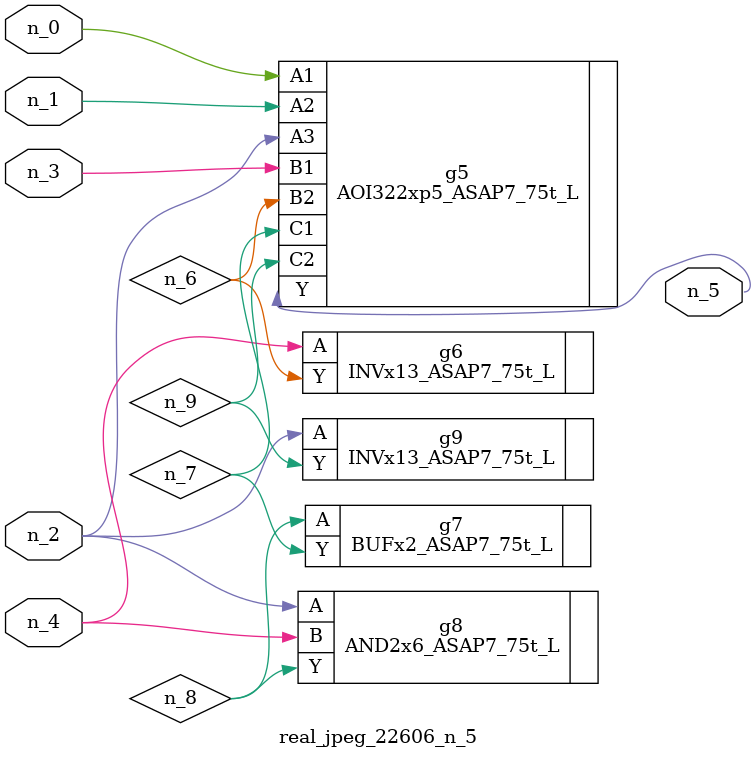
<source format=v>
module real_jpeg_22606_n_5 (n_4, n_0, n_1, n_2, n_3, n_5);

input n_4;
input n_0;
input n_1;
input n_2;
input n_3;

output n_5;

wire n_8;
wire n_6;
wire n_7;
wire n_9;

AOI322xp5_ASAP7_75t_L g5 ( 
.A1(n_0),
.A2(n_1),
.A3(n_2),
.B1(n_3),
.B2(n_6),
.C1(n_7),
.C2(n_9),
.Y(n_5)
);

AND2x6_ASAP7_75t_L g8 ( 
.A(n_2),
.B(n_4),
.Y(n_8)
);

INVx13_ASAP7_75t_L g9 ( 
.A(n_2),
.Y(n_9)
);

INVx13_ASAP7_75t_L g6 ( 
.A(n_4),
.Y(n_6)
);

BUFx2_ASAP7_75t_L g7 ( 
.A(n_8),
.Y(n_7)
);


endmodule
</source>
